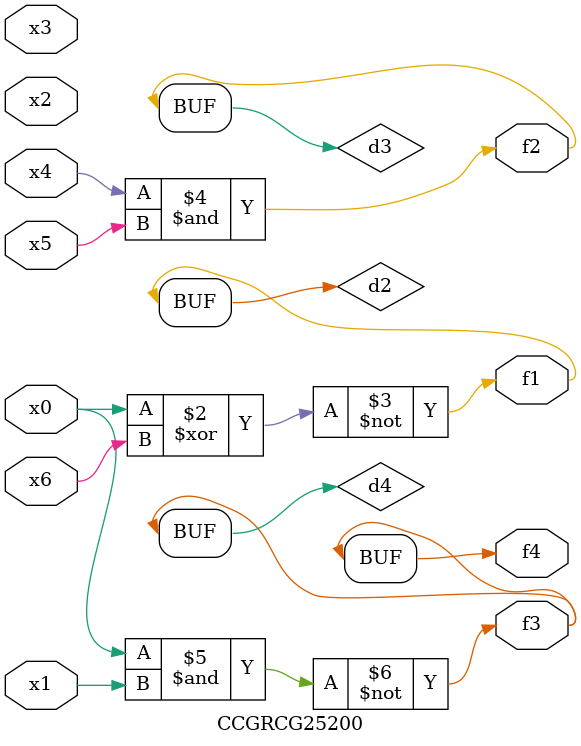
<source format=v>
module CCGRCG25200(
	input x0, x1, x2, x3, x4, x5, x6,
	output f1, f2, f3, f4
);

	wire d1, d2, d3, d4;

	nor (d1, x0);
	xnor (d2, x0, x6);
	and (d3, x4, x5);
	nand (d4, x0, x1);
	assign f1 = d2;
	assign f2 = d3;
	assign f3 = d4;
	assign f4 = d4;
endmodule

</source>
